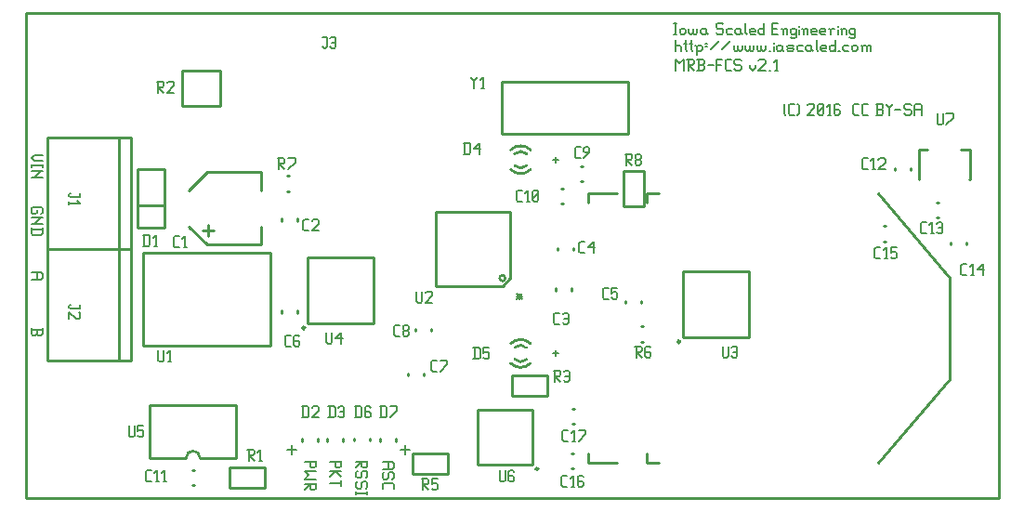
<source format=gbr>
G04 start of page 9 for group -4079 idx -4079 *
G04 Title: (unknown), topsilk *
G04 Creator: pcb 20140316 *
G04 CreationDate: Mon 21 Nov 2016 03:27:11 AM GMT UTC *
G04 For: ndholmes *
G04 Format: Gerber/RS-274X *
G04 PCB-Dimensions (mil): 3500.00 1750.00 *
G04 PCB-Coordinate-Origin: lower left *
%MOIN*%
%FSLAX25Y25*%
%LNTOPSILK*%
%ADD89C,0.0080*%
%ADD88C,0.0100*%
G54D88*X500Y500D02*Y174500D01*
X349500D01*
Y500D02*Y174500D01*
Y500D02*X500D01*
G54D89*X233000Y171000D02*X234000D01*
X233500D02*Y167000D01*
X233000D02*X234000D01*
X235200Y168500D02*Y167500D01*
Y168500D02*X235700Y169000D01*
X236700D01*
X237200Y168500D01*
Y167500D01*
X236700Y167000D02*X237200Y167500D01*
X235700Y167000D02*X236700D01*
X235200Y167500D02*X235700Y167000D01*
X238400Y169000D02*Y167500D01*
X238900Y167000D01*
X239400D01*
X239900Y167500D01*
Y169000D02*Y167500D01*
X240400Y167000D01*
X240900D01*
X241400Y167500D01*
Y169000D02*Y167500D01*
X244100Y169000D02*X244600Y168500D01*
X243100Y169000D02*X244100D01*
X242600Y168500D02*X243100Y169000D01*
X242600Y168500D02*Y167500D01*
X243100Y167000D01*
X244600Y169000D02*Y167500D01*
X245100Y167000D01*
X243100D02*X244100D01*
X244600Y167500D01*
X250100Y171000D02*X250600Y170500D01*
X248600Y171000D02*X250100D01*
X248100Y170500D02*X248600Y171000D01*
X248100Y170500D02*Y169500D01*
X248600Y169000D01*
X250100D01*
X250600Y168500D01*
Y167500D01*
X250100Y167000D02*X250600Y167500D01*
X248600Y167000D02*X250100D01*
X248100Y167500D02*X248600Y167000D01*
X252300Y169000D02*X253800D01*
X251800Y168500D02*X252300Y169000D01*
X251800Y168500D02*Y167500D01*
X252300Y167000D01*
X253800D01*
X256500Y169000D02*X257000Y168500D01*
X255500Y169000D02*X256500D01*
X255000Y168500D02*X255500Y169000D01*
X255000Y168500D02*Y167500D01*
X255500Y167000D01*
X257000Y169000D02*Y167500D01*
X257500Y167000D01*
X255500D02*X256500D01*
X257000Y167500D01*
X258700Y171000D02*Y167500D01*
X259200Y167000D01*
X260700D02*X262200D01*
X260200Y167500D02*X260700Y167000D01*
X260200Y168500D02*Y167500D01*
Y168500D02*X260700Y169000D01*
X261700D01*
X262200Y168500D01*
X260200Y168000D02*X262200D01*
Y168500D02*Y168000D01*
X265400Y171000D02*Y167000D01*
X264900D02*X265400Y167500D01*
X263900Y167000D02*X264900D01*
X263400Y167500D02*X263900Y167000D01*
X263400Y168500D02*Y167500D01*
Y168500D02*X263900Y169000D01*
X264900D01*
X265400Y168500D01*
X268400Y169000D02*X269900D01*
X268400Y167000D02*X270400D01*
X268400Y171000D02*Y167000D01*
Y171000D02*X270400D01*
X272100Y168500D02*Y167000D01*
Y168500D02*X272600Y169000D01*
X273100D01*
X273600Y168500D01*
Y167000D01*
X271600Y169000D02*X272100Y168500D01*
X276300Y169000D02*X276800Y168500D01*
X275300Y169000D02*X276300D01*
X274800Y168500D02*X275300Y169000D01*
X274800Y168500D02*Y167500D01*
X275300Y167000D01*
X276300D01*
X276800Y167500D01*
X274800Y166000D02*X275300Y165500D01*
X276300D01*
X276800Y166000D01*
Y169000D02*Y166000D01*
X278000Y170000D02*Y169500D01*
Y168500D02*Y167000D01*
X279500Y168500D02*Y167000D01*
Y168500D02*X280000Y169000D01*
X280500D01*
X281000Y168500D01*
Y167000D01*
X279000Y169000D02*X279500Y168500D01*
X282700Y167000D02*X284200D01*
X282200Y167500D02*X282700Y167000D01*
X282200Y168500D02*Y167500D01*
Y168500D02*X282700Y169000D01*
X283700D01*
X284200Y168500D01*
X282200Y168000D02*X284200D01*
Y168500D02*Y168000D01*
X285900Y167000D02*X287400D01*
X285400Y167500D02*X285900Y167000D01*
X285400Y168500D02*Y167500D01*
Y168500D02*X285900Y169000D01*
X286900D01*
X287400Y168500D01*
X285400Y168000D02*X287400D01*
Y168500D02*Y168000D01*
X289100Y168500D02*Y167000D01*
Y168500D02*X289600Y169000D01*
X290600D01*
X288600D02*X289100Y168500D01*
X291800Y170000D02*Y169500D01*
Y168500D02*Y167000D01*
X293300Y168500D02*Y167000D01*
Y168500D02*X293800Y169000D01*
X294300D01*
X294800Y168500D01*
Y167000D01*
X292800Y169000D02*X293300Y168500D01*
X297500Y169000D02*X298000Y168500D01*
X296500Y169000D02*X297500D01*
X296000Y168500D02*X296500Y169000D01*
X296000Y168500D02*Y167500D01*
X296500Y167000D01*
X297500D01*
X298000Y167500D01*
X296000Y166000D02*X296500Y165500D01*
X297500D01*
X298000Y166000D01*
Y169000D02*Y166000D01*
X233500Y165000D02*Y161000D01*
Y162500D02*X234000Y163000D01*
X235000D01*
X235500Y162500D01*
Y161000D01*
X237200Y165000D02*Y161500D01*
X237700Y161000D01*
X236700Y163500D02*X237700D01*
X239200Y165000D02*Y161500D01*
X239700Y161000D01*
X238700Y163500D02*X239700D01*
X241200Y162500D02*Y159500D01*
X240700Y163000D02*X241200Y162500D01*
X241700Y163000D01*
X242700D01*
X243200Y162500D01*
Y161500D01*
X242700Y161000D02*X243200Y161500D01*
X241700Y161000D02*X242700D01*
X241200Y161500D02*X241700Y161000D01*
X244400Y163500D02*X244900D01*
X244400Y162500D02*X244900D01*
X246100Y161500D02*X249100Y164500D01*
X250300Y161500D02*X253300Y164500D01*
X254500Y163000D02*Y161500D01*
X255000Y161000D01*
X255500D01*
X256000Y161500D01*
Y163000D02*Y161500D01*
X256500Y161000D01*
X257000D01*
X257500Y161500D01*
Y163000D02*Y161500D01*
X258700Y163000D02*Y161500D01*
X259200Y161000D01*
X259700D01*
X260200Y161500D01*
Y163000D02*Y161500D01*
X260700Y161000D01*
X261200D01*
X261700Y161500D01*
Y163000D02*Y161500D01*
X262900Y163000D02*Y161500D01*
X263400Y161000D01*
X263900D01*
X264400Y161500D01*
Y163000D02*Y161500D01*
X264900Y161000D01*
X265400D01*
X265900Y161500D01*
Y163000D02*Y161500D01*
X267100Y161000D02*X267600D01*
X268800Y164000D02*Y163500D01*
Y162500D02*Y161000D01*
X271300Y163000D02*X271800Y162500D01*
X270300Y163000D02*X271300D01*
X269800Y162500D02*X270300Y163000D01*
X269800Y162500D02*Y161500D01*
X270300Y161000D01*
X271800Y163000D02*Y161500D01*
X272300Y161000D01*
X270300D02*X271300D01*
X271800Y161500D01*
X274000Y161000D02*X275500D01*
X276000Y161500D01*
X275500Y162000D02*X276000Y161500D01*
X274000Y162000D02*X275500D01*
X273500Y162500D02*X274000Y162000D01*
X273500Y162500D02*X274000Y163000D01*
X275500D01*
X276000Y162500D01*
X273500Y161500D02*X274000Y161000D01*
X277700Y163000D02*X279200D01*
X277200Y162500D02*X277700Y163000D01*
X277200Y162500D02*Y161500D01*
X277700Y161000D01*
X279200D01*
X281900Y163000D02*X282400Y162500D01*
X280900Y163000D02*X281900D01*
X280400Y162500D02*X280900Y163000D01*
X280400Y162500D02*Y161500D01*
X280900Y161000D01*
X282400Y163000D02*Y161500D01*
X282900Y161000D01*
X280900D02*X281900D01*
X282400Y161500D01*
X284100Y165000D02*Y161500D01*
X284600Y161000D01*
X286100D02*X287600D01*
X285600Y161500D02*X286100Y161000D01*
X285600Y162500D02*Y161500D01*
Y162500D02*X286100Y163000D01*
X287100D01*
X287600Y162500D01*
X285600Y162000D02*X287600D01*
Y162500D02*Y162000D01*
X290800Y165000D02*Y161000D01*
X290300D02*X290800Y161500D01*
X289300Y161000D02*X290300D01*
X288800Y161500D02*X289300Y161000D01*
X288800Y162500D02*Y161500D01*
Y162500D02*X289300Y163000D01*
X290300D01*
X290800Y162500D01*
X292000Y161000D02*X292500D01*
X294200Y163000D02*X295700D01*
X293700Y162500D02*X294200Y163000D01*
X293700Y162500D02*Y161500D01*
X294200Y161000D01*
X295700D01*
X296900Y162500D02*Y161500D01*
Y162500D02*X297400Y163000D01*
X298400D01*
X298900Y162500D01*
Y161500D01*
X298400Y161000D02*X298900Y161500D01*
X297400Y161000D02*X298400D01*
X296900Y161500D02*X297400Y161000D01*
X300600Y162500D02*Y161000D01*
Y162500D02*X301100Y163000D01*
X301600D01*
X302100Y162500D01*
Y161000D01*
Y162500D02*X302600Y163000D01*
X303100D01*
X303600Y162500D01*
Y161000D01*
X300100Y163000D02*X300600Y162500D01*
X272500Y138500D02*X273000Y138000D01*
X272500Y141500D02*X273000Y142000D01*
X272500Y141500D02*Y138500D01*
X274700Y138000D02*X276200D01*
X274200Y138500D02*X274700Y138000D01*
X274200Y141500D02*Y138500D01*
Y141500D02*X274700Y142000D01*
X276200D01*
X277400D02*X277900Y141500D01*
Y138500D01*
X277400Y138000D02*X277900Y138500D01*
X280900Y141500D02*X281400Y142000D01*
X282900D01*
X283400Y141500D01*
Y140500D01*
X280900Y138000D02*X283400Y140500D01*
X280900Y138000D02*X283400D01*
X284600Y138500D02*X285100Y138000D01*
X284600Y141500D02*Y138500D01*
Y141500D02*X285100Y142000D01*
X286100D01*
X286600Y141500D01*
Y138500D01*
X286100Y138000D02*X286600Y138500D01*
X285100Y138000D02*X286100D01*
X284600Y139000D02*X286600Y141000D01*
X288300Y138000D02*X289300D01*
X288800Y142000D02*Y138000D01*
X287800Y141000D02*X288800Y142000D01*
X292000D02*X292500Y141500D01*
X291000Y142000D02*X292000D01*
X290500Y141500D02*X291000Y142000D01*
X290500Y141500D02*Y138500D01*
X291000Y138000D01*
X292000Y140000D02*X292500Y139500D01*
X290500Y140000D02*X292000D01*
X291000Y138000D02*X292000D01*
X292500Y138500D01*
Y139500D02*Y138500D01*
X297800Y138000D02*X299300D01*
X297300Y138500D02*X297800Y138000D01*
X297300Y141500D02*Y138500D01*
Y141500D02*X297800Y142000D01*
X299300D01*
X301000Y138000D02*X302500D01*
X300500Y138500D02*X301000Y138000D01*
X300500Y141500D02*Y138500D01*
Y141500D02*X301000Y142000D01*
X302500D01*
X305500Y138000D02*X307500D01*
X308000Y138500D01*
Y139500D02*Y138500D01*
X307500Y140000D02*X308000Y139500D01*
X306000Y140000D02*X307500D01*
X306000Y142000D02*Y138000D01*
X305500Y142000D02*X307500D01*
X308000Y141500D01*
Y140500D01*
X307500Y140000D02*X308000Y140500D01*
X309200Y142000D02*Y141500D01*
X310200Y140500D01*
X311200Y141500D01*
Y142000D02*Y141500D01*
X310200Y140500D02*Y138000D01*
X312400Y140000D02*X314400D01*
X317600Y142000D02*X318100Y141500D01*
X316100Y142000D02*X317600D01*
X315600Y141500D02*X316100Y142000D01*
X315600Y141500D02*Y140500D01*
X316100Y140000D01*
X317600D01*
X318100Y139500D01*
Y138500D01*
X317600Y138000D02*X318100Y138500D01*
X316100Y138000D02*X317600D01*
X315600Y138500D02*X316100Y138000D01*
X319300Y141500D02*Y138000D01*
Y141500D02*X319800Y142000D01*
X321300D01*
X321800Y141500D01*
Y138000D01*
X319300Y140000D02*X321800D01*
X233500Y158000D02*Y154000D01*
Y158000D02*X235000Y156500D01*
X236500Y158000D01*
Y154000D01*
X237700Y158000D02*X239700D01*
X240200Y157500D01*
Y156500D01*
X239700Y156000D02*X240200Y156500D01*
X238200Y156000D02*X239700D01*
X238200Y158000D02*Y154000D01*
Y156000D02*X240200Y154000D01*
X241400D02*X243400D01*
X243900Y154500D01*
Y155500D02*Y154500D01*
X243400Y156000D02*X243900Y155500D01*
X241900Y156000D02*X243400D01*
X241900Y158000D02*Y154000D01*
X241400Y158000D02*X243400D01*
X243900Y157500D01*
Y156500D01*
X243400Y156000D02*X243900Y156500D01*
X245100Y156000D02*X247100D01*
X248300Y158000D02*Y154000D01*
Y158000D02*X250300D01*
X248300Y156000D02*X249800D01*
X252000Y154000D02*X253500D01*
X251500Y154500D02*X252000Y154000D01*
X251500Y157500D02*Y154500D01*
Y157500D02*X252000Y158000D01*
X253500D01*
X256700D02*X257200Y157500D01*
X255200Y158000D02*X256700D01*
X254700Y157500D02*X255200Y158000D01*
X254700Y157500D02*Y156500D01*
X255200Y156000D01*
X256700D01*
X257200Y155500D01*
Y154500D01*
X256700Y154000D02*X257200Y154500D01*
X255200Y154000D02*X256700D01*
X254700Y154500D02*X255200Y154000D01*
X260200Y156000D02*Y155000D01*
X261200Y154000D01*
X262200Y155000D01*
Y156000D02*Y155000D01*
X263400Y157500D02*X263900Y158000D01*
X265400D01*
X265900Y157500D01*
Y156500D01*
X263400Y154000D02*X265900Y156500D01*
X263400Y154000D02*X265900D01*
X267100D02*X267600D01*
X269300D02*X270300D01*
X269800Y158000D02*Y154000D01*
X268800Y157000D02*X269800Y158000D01*
X3500Y123500D02*X6500D01*
X3500D02*X2500Y122500D01*
X3500Y121500D01*
X6500D01*
Y120300D02*Y119300D01*
X2500Y119800D02*X6500D01*
X2500Y120300D02*Y119300D01*
Y118100D02*X6500D01*
X6000D02*X6500D01*
X6000D02*X3500Y115600D01*
X2500D02*X6500D01*
Y103000D02*X6000Y102500D01*
X6500Y104500D02*Y103000D01*
X6000Y105000D02*X6500Y104500D01*
X3000Y105000D02*X6000D01*
X3000D02*X2500Y104500D01*
Y103000D01*
X3000Y102500D01*
X4000D01*
X4500Y103000D02*X4000Y102500D01*
X4500Y104000D02*Y103000D01*
X2500Y101300D02*X6500D01*
X6000D02*X6500D01*
X6000D02*X3500Y98800D01*
X2500D02*X6500D01*
X2500Y97100D02*X6500D01*
Y95600D02*X6000Y95100D01*
X3000D02*X6000D01*
X2500Y95600D02*X3000Y95100D01*
X2500Y97600D02*Y95600D01*
X6500Y97600D02*Y95600D01*
X2500Y81500D02*X6000D01*
X6500Y81000D01*
Y79500D01*
X6000Y79000D01*
X2500D02*X6000D01*
X4500Y81500D02*Y79000D01*
X2500Y61500D02*Y59500D01*
X3000Y59000D01*
X4000D01*
X4500Y59500D02*X4000Y59000D01*
X4500Y61000D02*Y59500D01*
X2500Y61000D02*X6500D01*
Y61500D02*Y59500D01*
X6000Y59000D01*
X5000D02*X6000D01*
X4500Y59500D02*X5000Y59000D01*
X100500Y13500D02*X104500D01*
Y14000D02*Y12000D01*
X104000Y11500D01*
X103000D02*X104000D01*
X102500Y12000D02*X103000Y11500D01*
X102500Y13500D02*Y12000D01*
X100500Y10300D02*X104500D01*
X100500D02*X102000Y8800D01*
X100500Y7300D01*
X104500D01*
Y6100D02*Y4100D01*
X104000Y3600D01*
X103000D02*X104000D01*
X102500Y4100D02*X103000Y3600D01*
X102500Y5600D02*Y4100D01*
X100500Y5600D02*X104500D01*
X102500D02*X100500Y3600D01*
X94400Y17920D02*X97720D01*
X96060Y19580D02*Y16260D01*
X109500Y13500D02*X113500D01*
Y14000D02*Y12000D01*
X113000Y11500D01*
X112000D02*X113000D01*
X111500Y12000D02*X112000Y11500D01*
X111500Y13500D02*Y12000D01*
X109500Y10300D02*X113500D01*
X111500D02*X113500Y8300D01*
X111500Y10300D02*X109500Y8300D01*
X113500Y7100D02*Y5100D01*
X109500Y6100D02*X113500D01*
X123000Y14000D02*Y12000D01*
X122500Y11500D01*
X121500D02*X122500D01*
X121000Y12000D02*X121500Y11500D01*
X121000Y13500D02*Y12000D01*
X119000Y13500D02*X123000D01*
X121000D02*X119000Y11500D01*
X123000Y8300D02*X122500Y7800D01*
X123000Y9800D02*Y8300D01*
X122500Y10300D02*X123000Y9800D01*
X121500Y10300D02*X122500D01*
X121500D02*X121000Y9800D01*
Y8300D01*
X120500Y7800D01*
X119500D02*X120500D01*
X119000Y8300D02*X119500Y7800D01*
X119000Y9800D02*Y8300D01*
X119500Y10300D02*X119000Y9800D01*
X123000Y4600D02*X122500Y4100D01*
X123000Y6100D02*Y4600D01*
X122500Y6600D02*X123000Y6100D01*
X121500Y6600D02*X122500D01*
X121500D02*X121000Y6100D01*
Y4600D01*
X120500Y4100D01*
X119500D02*X120500D01*
X119000Y4600D02*X119500Y4100D01*
X119000Y6100D02*Y4600D01*
X119500Y6600D02*X119000Y6100D01*
X123000Y2900D02*Y1900D01*
X119000Y2400D02*X123000D01*
X119000Y2900D02*Y1900D01*
X128500Y13500D02*X132000D01*
X132500Y13000D01*
Y11500D01*
X132000Y11000D01*
X128500D02*X132000D01*
X130500Y13500D02*Y11000D01*
X132500Y7800D02*X132000Y7300D01*
X132500Y9300D02*Y7800D01*
X132000Y9800D02*X132500Y9300D01*
X131000Y9800D02*X132000D01*
X131000D02*X130500Y9300D01*
Y7800D01*
X130000Y7300D01*
X129000D02*X130000D01*
X128500Y7800D02*X129000Y7300D01*
X128500Y9300D02*Y7800D01*
X129000Y9800D02*X128500Y9300D01*
Y5600D02*Y4100D01*
X129000Y6100D02*X128500Y5600D01*
X129000Y6100D02*X132000D01*
X132500Y5600D01*
Y4100D01*
X135000Y18020D02*X138320D01*
X136660Y19680D02*Y16360D01*
X176500Y74000D02*X178500Y72000D01*
X176500D02*X178500Y74000D01*
X176500Y73000D02*X178500D01*
X177500Y74000D02*Y72000D01*
X189500Y122000D02*X191500D01*
X190500Y123000D02*Y121000D01*
X189500Y52500D02*X191500D01*
X190500Y53500D02*Y51500D01*
G54D88*X143255Y45350D02*Y44564D01*
X137745Y45350D02*Y44564D01*
X133255Y21893D02*Y21107D01*
X127745Y21893D02*Y21107D01*
X139201Y16741D02*X151799D01*
Y9259D01*
X139201D02*X151799D01*
X139201Y16741D02*Y9259D01*
X162657Y12657D02*X182343D01*
X162657Y32343D02*Y12657D01*
Y32343D02*X182343D01*
Y12657D01*
X184343Y11157D02*G75*G03X184343Y11157I-500J0D01*G01*
X196107Y11245D02*X196893D01*
X196107Y16755D02*X196893D01*
X196607Y27245D02*X197393D01*
X196607Y32755D02*X197393D01*
X174853Y44666D02*X187451D01*
Y37184D01*
X174853D01*
Y44666D01*
X114255Y21850D02*Y21064D01*
X108745Y21850D02*Y21064D01*
X123755Y21936D02*Y21150D01*
X118245Y21936D02*Y21150D01*
X8200Y130000D02*Y90000D01*
X38200Y130000D02*Y90000D01*
X33800Y130000D02*Y90000D01*
X8200Y130000D02*X38200D01*
X8200Y90000D02*X38200D01*
X8200D02*Y50000D01*
X38200Y90000D02*Y50000D01*
X33800Y90000D02*Y50000D01*
X8200Y90000D02*X38200D01*
X8200Y50000D02*X38200D01*
X94107Y110788D02*X94893D01*
X94107Y116298D02*X94893D01*
X84992Y98004D02*Y91508D01*
Y117492D02*Y110996D01*
X65504Y117492D02*X84992D01*
X65504Y91508D02*X84992D01*
X65504Y117492D02*X59008Y110996D01*
X65504Y91508D02*X59008Y98004D01*
X66000Y98500D02*Y94500D01*
X64000Y96500D02*X68000D01*
X50300Y118500D02*Y97500D01*
X40700Y118500D02*Y97500D01*
X50300D01*
X40700Y118500D02*X50300D01*
X40700Y105500D02*X50300D01*
X42665Y55126D02*X88335D01*
X42665Y88590D02*X88335D01*
X42665D02*Y55126D01*
X88335Y88590D02*Y55126D01*
X97755Y67893D02*Y67107D01*
X92245Y67893D02*Y67107D01*
Y100893D02*Y100107D01*
X97755Y100893D02*Y100107D01*
X101689Y86811D02*Y63189D01*
Y86811D02*X125311D01*
Y63189D01*
X101689D02*X125311D01*
X100189Y61189D02*G75*G03X100189Y61189I0J500D01*G01*
X60107Y10755D02*X60893D01*
X60107Y5245D02*X60893D01*
X73701Y4259D02*X86299D01*
X73701Y11741D02*Y4259D01*
Y11741D02*X86299D01*
Y4259D01*
X56610Y153799D02*Y141201D01*
Y153799D02*X70390D01*
Y141201D01*
X56610D02*X70390D01*
X76000Y34000D02*Y15000D01*
X45000Y34000D02*X76000D01*
X45000D02*Y15000D01*
X63000D02*X76000D01*
X45000D02*X58000D01*
X63000D02*G75*G03X58000Y15000I-2500J0D01*G01*
X105255Y21893D02*Y21107D01*
X99745Y21893D02*Y21107D01*
X145755Y61393D02*Y60607D01*
X140245Y61393D02*Y60607D01*
X175879Y119879D02*G75*G03X180121Y119879I2121J2121D01*G01*
X180121Y124121D02*G75*G03X175879Y124121I-2121J-2121D01*G01*
X174464Y118464D02*G75*G03X181536Y118464I3536J3536D01*G01*
X181536Y125536D02*G75*G03X174464Y125536I-3536J-3536D01*G01*
X192607Y111755D02*X193393D01*
X192607Y106245D02*X193393D01*
X199607Y114245D02*X200393D01*
X199607Y119755D02*X200393D01*
X171362Y131150D02*X216638D01*
X171362Y149850D02*Y131150D01*
Y149850D02*X216638D01*
Y131150D01*
X221255Y71393D02*Y70607D01*
X215745Y71393D02*Y70607D01*
X221150Y62255D02*X221936D01*
X221150Y56745D02*X221936D01*
X175879Y50379D02*G75*G03X180121Y50379I2121J2121D01*G01*
X180121Y54621D02*G75*G03X175879Y54621I-2121J-2121D01*G01*
X174464Y48964D02*G75*G03X181536Y48964I3536J3536D01*G01*
X181536Y56036D02*G75*G03X174464Y56036I-3536J-3536D01*G01*
X147621Y76621D02*X171479D01*
X147621Y103379D02*Y76621D01*
Y103379D02*X174379D01*
Y79521D01*
X171479Y76621D01*
X172479Y79521D02*G75*G03X172479Y79521I-1000J0D01*G01*
X196255Y75893D02*Y75107D01*
X190745Y75893D02*Y75107D01*
X196755Y90436D02*Y89650D01*
X191245Y90436D02*Y89650D01*
X214759Y117799D02*Y105201D01*
Y117799D02*X222241D01*
Y105201D01*
X214759D02*X222241D01*
X317755Y118936D02*Y118150D01*
X312245Y118936D02*Y118150D01*
X236189Y81811D02*Y58189D01*
Y81811D02*X259811D01*
Y58189D01*
X236189D02*X259811D01*
X234689Y56189D02*G75*G03X234689Y56189I0J500D01*G01*
X308107Y98255D02*X308893D01*
X308107Y92745D02*X308893D01*
X332245Y92393D02*Y91607D01*
X337755Y92393D02*Y91607D01*
X327107Y101245D02*X327893D01*
X327107Y106755D02*X327893D01*
X320750Y125650D02*Y115020D01*
X339250Y125650D02*Y115020D01*
X320750Y125650D02*X324000D01*
X339250D02*X336000D01*
X320750Y115020D02*X320929D01*
X339071D02*X339250D01*
X223150Y109807D02*X227500D01*
X223150Y13193D02*X227500D01*
X223150Y109807D02*Y106500D01*
Y16500D02*Y13193D01*
X306142Y109807D02*X331851Y79610D01*
X306142Y13193D02*X331851Y43390D01*
Y79610D02*Y43390D01*
X202150Y109807D02*Y106500D01*
Y109807D02*X212500D01*
X202150Y16500D02*Y13193D01*
X212500D01*
G54D89*X20000Y70000D02*Y68500D01*
X16500D02*X20000D01*
X16000Y69000D02*X16500Y68500D01*
X16000Y69500D02*Y69000D01*
X16500Y70000D02*X16000Y69500D01*
X19500Y67300D02*X20000Y66800D01*
Y65300D01*
X19500Y64800D01*
X18500D02*X19500D01*
X16000Y67300D02*X18500Y64800D01*
X16000Y67300D02*Y64800D01*
X44000Y6500D02*X45500D01*
X43500Y7000D02*X44000Y6500D01*
X43500Y10000D02*Y7000D01*
Y10000D02*X44000Y10500D01*
X45500D01*
X47200Y6500D02*X48200D01*
X47700Y10500D02*Y6500D01*
X46700Y9500D02*X47700Y10500D01*
X49900Y6500D02*X50900D01*
X50400Y10500D02*Y6500D01*
X49400Y9500D02*X50400Y10500D01*
X37500Y26500D02*Y23000D01*
X38000Y22500D01*
X39000D01*
X39500Y23000D01*
Y26500D02*Y23000D01*
X40700Y26500D02*X42700D01*
X40700D02*Y24500D01*
X41200Y25000D01*
X42200D01*
X42700Y24500D01*
Y23000D01*
X42200Y22500D02*X42700Y23000D01*
X41200Y22500D02*X42200D01*
X40700Y23000D02*X41200Y22500D01*
X128000Y33500D02*Y29500D01*
X129500Y33500D02*X130000Y33000D01*
Y30000D01*
X129500Y29500D02*X130000Y30000D01*
X127500Y29500D02*X129500D01*
X127500Y33500D02*X129500D01*
X131200Y29500D02*X133700Y32000D01*
Y33500D02*Y32000D01*
X131200Y33500D02*X133700D01*
X100000D02*Y29500D01*
X101500Y33500D02*X102000Y33000D01*
Y30000D01*
X101500Y29500D02*X102000Y30000D01*
X99500Y29500D02*X101500D01*
X99500Y33500D02*X101500D01*
X103200Y33000D02*X103700Y33500D01*
X105200D01*
X105700Y33000D01*
Y32000D01*
X103200Y29500D02*X105700Y32000D01*
X103200Y29500D02*X105700D01*
X80000Y18000D02*X82000D01*
X82500Y17500D01*
Y16500D01*
X82000Y16000D02*X82500Y16500D01*
X80500Y16000D02*X82000D01*
X80500Y18000D02*Y14000D01*
Y16000D02*X82500Y14000D01*
X84200D02*X85200D01*
X84700Y18000D02*Y14000D01*
X83700Y17000D02*X84700Y18000D01*
X118957Y33500D02*Y29500D01*
X120457Y33500D02*X120957Y33000D01*
Y30000D01*
X120457Y29500D02*X120957Y30000D01*
X118457Y29500D02*X120457D01*
X118457Y33500D02*X120457D01*
X123657D02*X124157Y33000D01*
X122657Y33500D02*X123657D01*
X122157Y33000D02*X122657Y33500D01*
X122157Y33000D02*Y30000D01*
X122657Y29500D01*
X123657Y31500D02*X124157Y31000D01*
X122157Y31500D02*X123657D01*
X122657Y29500D02*X123657D01*
X124157Y30000D01*
Y31000D02*Y30000D01*
X109543Y33500D02*Y29500D01*
X111043Y33500D02*X111543Y33000D01*
Y30000D01*
X111043Y29500D02*X111543Y30000D01*
X109043Y29500D02*X111043D01*
X109043Y33500D02*X111043D01*
X112743Y33000D02*X113243Y33500D01*
X114243D01*
X114743Y33000D01*
Y30000D01*
X114243Y29500D02*X114743Y30000D01*
X113243Y29500D02*X114243D01*
X112743Y30000D02*X113243Y29500D01*
Y31500D02*X114743D01*
X108390Y60047D02*Y56547D01*
X108890Y56047D01*
X109890D01*
X110390Y56547D01*
Y60047D02*Y56547D01*
X111590Y58047D02*X113590Y60047D01*
X111590Y58047D02*X114090D01*
X113590Y60047D02*Y56047D01*
X48000Y53500D02*Y50000D01*
X48500Y49500D01*
X49500D01*
X50000Y50000D01*
Y53500D02*Y50000D01*
X51700Y49500D02*X52700D01*
X52200Y53500D02*Y49500D01*
X51200Y52500D02*X52200Y53500D01*
X94000Y55000D02*X95500D01*
X93500Y55500D02*X94000Y55000D01*
X93500Y58500D02*Y55500D01*
Y58500D02*X94000Y59000D01*
X95500D01*
X98200D02*X98700Y58500D01*
X97200Y59000D02*X98200D01*
X96700Y58500D02*X97200Y59000D01*
X96700Y58500D02*Y55500D01*
X97200Y55000D01*
X98200Y57000D02*X98700Y56500D01*
X96700Y57000D02*X98200D01*
X97200Y55000D02*X98200D01*
X98700Y55500D01*
Y56500D02*Y55500D01*
X142500Y7500D02*X144500D01*
X145000Y7000D01*
Y6000D01*
X144500Y5500D02*X145000Y6000D01*
X143000Y5500D02*X144500D01*
X143000Y7500D02*Y3500D01*
Y5500D02*X145000Y3500D01*
X146200Y7500D02*X148200D01*
X146200D02*Y5500D01*
X146700Y6000D01*
X147700D01*
X148200Y5500D01*
Y4000D01*
X147700Y3500D02*X148200Y4000D01*
X146700Y3500D02*X147700D01*
X146200Y4000D02*X146700Y3500D01*
X170500Y10500D02*Y7000D01*
X171000Y6500D01*
X172000D01*
X172500Y7000D01*
Y10500D02*Y7000D01*
X175200Y10500D02*X175700Y10000D01*
X174200Y10500D02*X175200D01*
X173700Y10000D02*X174200Y10500D01*
X173700Y10000D02*Y7000D01*
X174200Y6500D01*
X175200Y8500D02*X175700Y8000D01*
X173700Y8500D02*X175200D01*
X174200Y6500D02*X175200D01*
X175700Y7000D01*
Y8000D02*Y7000D01*
X193100Y4700D02*X194600D01*
X192600Y5200D02*X193100Y4700D01*
X192600Y8200D02*Y5200D01*
Y8200D02*X193100Y8700D01*
X194600D01*
X196300Y4700D02*X197300D01*
X196800Y8700D02*Y4700D01*
X195800Y7700D02*X196800Y8700D01*
X200000D02*X200500Y8200D01*
X199000Y8700D02*X200000D01*
X198500Y8200D02*X199000Y8700D01*
X198500Y8200D02*Y5200D01*
X199000Y4700D01*
X200000Y6700D02*X200500Y6200D01*
X198500Y6700D02*X200000D01*
X199000Y4700D02*X200000D01*
X200500Y5200D01*
Y6200D02*Y5200D01*
X133200Y58700D02*X134700D01*
X132700Y59200D02*X133200Y58700D01*
X132700Y62200D02*Y59200D01*
Y62200D02*X133200Y62700D01*
X134700D01*
X135900Y59200D02*X136400Y58700D01*
X135900Y60200D02*Y59200D01*
Y60200D02*X136400Y60700D01*
X137400D01*
X137900Y60200D01*
Y59200D01*
X137400Y58700D02*X137900Y59200D01*
X136400Y58700D02*X137400D01*
X135900Y61200D02*X136400Y60700D01*
X135900Y62200D02*Y61200D01*
Y62200D02*X136400Y62700D01*
X137400D01*
X137900Y62200D01*
Y61200D01*
X137400Y60700D02*X137900Y61200D01*
X146500Y46000D02*X148000D01*
X146000Y46500D02*X146500Y46000D01*
X146000Y49500D02*Y46500D01*
Y49500D02*X146500Y50000D01*
X148000D01*
X149200Y46000D02*X151700Y48500D01*
Y50000D02*Y48500D01*
X149200Y50000D02*X151700D01*
X158000Y128000D02*Y124000D01*
X159500Y128000D02*X160000Y127500D01*
Y124500D01*
X159500Y124000D02*X160000Y124500D01*
X157500Y124000D02*X159500D01*
X157500Y128000D02*X159500D01*
X161200Y126000D02*X163200Y128000D01*
X161200Y126000D02*X163700D01*
X163200Y128000D02*Y124000D01*
X177000Y107000D02*X178500D01*
X176500Y107500D02*X177000Y107000D01*
X176500Y110500D02*Y107500D01*
Y110500D02*X177000Y111000D01*
X178500D01*
X180200Y107000D02*X181200D01*
X180700Y111000D02*Y107000D01*
X179700Y110000D02*X180700Y111000D01*
X182400Y107500D02*X182900Y107000D01*
X182400Y110500D02*Y107500D01*
Y110500D02*X182900Y111000D01*
X183900D01*
X184400Y110500D01*
Y107500D01*
X183900Y107000D02*X184400Y107500D01*
X182900Y107000D02*X183900D01*
X182400Y108000D02*X184400Y110000D01*
X160217Y151783D02*Y151283D01*
X161217Y150283D01*
X162217Y151283D01*
Y151783D02*Y151283D01*
X161217Y150283D02*Y147783D01*
X163917D02*X164917D01*
X164417Y151783D02*Y147783D01*
X163417Y150783D02*X164417Y151783D01*
X198000Y122500D02*X199500D01*
X197500Y123000D02*X198000Y122500D01*
X197500Y126000D02*Y123000D01*
Y126000D02*X198000Y126500D01*
X199500D01*
X200700Y122500D02*X202700Y124500D01*
Y126000D02*Y124500D01*
X202200Y126500D02*X202700Y126000D01*
X201200Y126500D02*X202200D01*
X200700Y126000D02*X201200Y126500D01*
X200700Y126000D02*Y125000D01*
X201200Y124500D01*
X202700D01*
X215500Y124000D02*X217500D01*
X218000Y123500D01*
Y122500D01*
X217500Y122000D02*X218000Y122500D01*
X216000Y122000D02*X217500D01*
X216000Y124000D02*Y120000D01*
Y122000D02*X218000Y120000D01*
X219200Y120500D02*X219700Y120000D01*
X219200Y121500D02*Y120500D01*
Y121500D02*X219700Y122000D01*
X220700D01*
X221200Y121500D01*
Y120500D01*
X220700Y120000D02*X221200Y120500D01*
X219700Y120000D02*X220700D01*
X219200Y122500D02*X219700Y122000D01*
X219200Y123500D02*Y122500D01*
Y123500D02*X219700Y124000D01*
X220700D01*
X221200Y123500D01*
Y122500D01*
X220700Y122000D02*X221200Y122500D01*
X189752Y46425D02*X191752D01*
X192252Y45925D01*
Y44925D01*
X191752Y44425D02*X192252Y44925D01*
X190252Y44425D02*X191752D01*
X190252Y46425D02*Y42425D01*
Y44425D02*X192252Y42425D01*
X193452Y45925D02*X193952Y46425D01*
X194952D01*
X195452Y45925D01*
Y42925D01*
X194952Y42425D02*X195452Y42925D01*
X193952Y42425D02*X194952D01*
X193452Y42925D02*X193952Y42425D01*
Y44425D02*X195452D01*
X199457Y88500D02*X200957D01*
X198957Y89000D02*X199457Y88500D01*
X198957Y92000D02*Y89000D01*
Y92000D02*X199457Y92500D01*
X200957D01*
X202157Y90500D02*X204157Y92500D01*
X202157Y90500D02*X204657D01*
X204157Y92500D02*Y88500D01*
X193500Y21000D02*X195000D01*
X193000Y21500D02*X193500Y21000D01*
X193000Y24500D02*Y21500D01*
Y24500D02*X193500Y25000D01*
X195000D01*
X196700Y21000D02*X197700D01*
X197200Y25000D02*Y21000D01*
X196200Y24000D02*X197200Y25000D01*
X198900Y21000D02*X201400Y23500D01*
Y25000D02*Y23500D01*
X198900Y25000D02*X201400D01*
X208000Y72000D02*X209500D01*
X207500Y72500D02*X208000Y72000D01*
X207500Y75500D02*Y72500D01*
Y75500D02*X208000Y76000D01*
X209500D01*
X210700D02*X212700D01*
X210700D02*Y74000D01*
X211200Y74500D01*
X212200D01*
X212700Y74000D01*
Y72500D01*
X212200Y72000D02*X212700Y72500D01*
X211200Y72000D02*X212200D01*
X210700Y72500D02*X211200Y72000D01*
X219043Y55000D02*X221043D01*
X221543Y54500D01*
Y53500D01*
X221043Y53000D02*X221543Y53500D01*
X219543Y53000D02*X221043D01*
X219543Y55000D02*Y51000D01*
Y53000D02*X221543Y51000D01*
X224243Y55000D02*X224743Y54500D01*
X223243Y55000D02*X224243D01*
X222743Y54500D02*X223243Y55000D01*
X222743Y54500D02*Y51500D01*
X223243Y51000D01*
X224243Y53000D02*X224743Y52500D01*
X222743Y53000D02*X224243D01*
X223243Y51000D02*X224243D01*
X224743Y51500D01*
Y52500D02*Y51500D01*
X161500Y54500D02*Y50500D01*
X163000Y54500D02*X163500Y54000D01*
Y51000D01*
X163000Y50500D02*X163500Y51000D01*
X161000Y50500D02*X163000D01*
X161000Y54500D02*X163000D01*
X164700D02*X166700D01*
X164700D02*Y52500D01*
X165200Y53000D01*
X166200D01*
X166700Y52500D01*
Y51000D01*
X166200Y50500D02*X166700Y51000D01*
X165200Y50500D02*X166200D01*
X164700Y51000D02*X165200Y50500D01*
X190414Y63000D02*X191914D01*
X189914Y63500D02*X190414Y63000D01*
X189914Y66500D02*Y63500D01*
Y66500D02*X190414Y67000D01*
X191914D01*
X193114Y66500D02*X193614Y67000D01*
X194614D01*
X195114Y66500D01*
Y63500D01*
X194614Y63000D02*X195114Y63500D01*
X193614Y63000D02*X194614D01*
X193114Y63500D02*X193614Y63000D01*
Y65000D02*X195114D01*
X140600Y74700D02*Y71200D01*
X141100Y70700D01*
X142100D01*
X142600Y71200D01*
Y74700D02*Y71200D01*
X143800Y74200D02*X144300Y74700D01*
X145800D01*
X146300Y74200D01*
Y73200D01*
X143800Y70700D02*X146300Y73200D01*
X143800Y70700D02*X146300D01*
X90914Y122457D02*X92914D01*
X93414Y121957D01*
Y120957D01*
X92914Y120457D02*X93414Y120957D01*
X91414Y120457D02*X92914D01*
X91414Y122457D02*Y118457D01*
Y120457D02*X93414Y118457D01*
X94614D02*X97114Y120957D01*
Y122457D02*Y120957D01*
X94614Y122457D02*X97114D01*
X100500Y96600D02*X102000D01*
X100000Y97100D02*X100500Y96600D01*
X100000Y100100D02*Y97100D01*
Y100100D02*X100500Y100600D01*
X102000D01*
X103200Y100100D02*X103700Y100600D01*
X105200D01*
X105700Y100100D01*
Y99100D01*
X103200Y96600D02*X105700Y99100D01*
X103200Y96600D02*X105700D01*
X107000Y166000D02*X108500D01*
Y162500D01*
X108000Y162000D02*X108500Y162500D01*
X107500Y162000D02*X108000D01*
X107000Y162500D02*X107500Y162000D01*
X109700Y165500D02*X110200Y166000D01*
X111200D01*
X111700Y165500D01*
Y162500D01*
X111200Y162000D02*X111700Y162500D01*
X110200Y162000D02*X111200D01*
X109700Y162500D02*X110200Y162000D01*
Y164000D02*X111700D01*
X20000Y110000D02*Y108500D01*
X16500D02*X20000D01*
X16000Y109000D02*X16500Y108500D01*
X16000Y109500D02*Y109000D01*
X16500Y110000D02*X16000Y109500D01*
Y106800D02*Y105800D01*
Y106300D02*X20000D01*
X19000Y107300D02*X20000Y106300D01*
X47500Y150000D02*X49500D01*
X50000Y149500D01*
Y148500D01*
X49500Y148000D02*X50000Y148500D01*
X48000Y148000D02*X49500D01*
X48000Y150000D02*Y146000D01*
Y148000D02*X50000Y146000D01*
X51200Y149500D02*X51700Y150000D01*
X53200D01*
X53700Y149500D01*
Y148500D01*
X51200Y146000D02*X53700Y148500D01*
X51200Y146000D02*X53700D01*
X54000Y90500D02*X55500D01*
X53500Y91000D02*X54000Y90500D01*
X53500Y94000D02*Y91000D01*
Y94000D02*X54000Y94500D01*
X55500D01*
X57200Y90500D02*X58200D01*
X57700Y94500D02*Y90500D01*
X56700Y93500D02*X57700Y94500D01*
X43000Y95000D02*Y91000D01*
X44500Y95000D02*X45000Y94500D01*
Y91500D01*
X44500Y91000D02*X45000Y91500D01*
X42500Y91000D02*X44500D01*
X42500Y95000D02*X44500D01*
X46700Y91000D02*X47700D01*
X47200Y95000D02*Y91000D01*
X46200Y94000D02*X47200Y95000D01*
X327500Y138500D02*Y135000D01*
X328000Y134500D01*
X329000D01*
X329500Y135000D01*
Y138500D02*Y135000D01*
X330700Y134500D02*X333200Y137000D01*
Y138500D02*Y137000D01*
X330700Y138500D02*X333200D01*
X300957Y118500D02*X302457D01*
X300457Y119000D02*X300957Y118500D01*
X300457Y122000D02*Y119000D01*
Y122000D02*X300957Y122500D01*
X302457D01*
X304157Y118500D02*X305157D01*
X304657Y122500D02*Y118500D01*
X303657Y121500D02*X304657Y122500D01*
X306357Y122000D02*X306857Y122500D01*
X308357D01*
X308857Y122000D01*
Y121000D01*
X306357Y118500D02*X308857Y121000D01*
X306357Y118500D02*X308857D01*
X305500Y86500D02*X307000D01*
X305000Y87000D02*X305500Y86500D01*
X305000Y90000D02*Y87000D01*
Y90000D02*X305500Y90500D01*
X307000D01*
X308700Y86500D02*X309700D01*
X309200Y90500D02*Y86500D01*
X308200Y89500D02*X309200Y90500D01*
X310900D02*X312900D01*
X310900D02*Y88500D01*
X311400Y89000D01*
X312400D01*
X312900Y88500D01*
Y87000D01*
X312400Y86500D02*X312900Y87000D01*
X311400Y86500D02*X312400D01*
X310900Y87000D02*X311400Y86500D01*
X322000Y95500D02*X323500D01*
X321500Y96000D02*X322000Y95500D01*
X321500Y99000D02*Y96000D01*
Y99000D02*X322000Y99500D01*
X323500D01*
X325200Y95500D02*X326200D01*
X325700Y99500D02*Y95500D01*
X324700Y98500D02*X325700Y99500D01*
X327400Y99000D02*X327900Y99500D01*
X328900D01*
X329400Y99000D01*
Y96000D01*
X328900Y95500D02*X329400Y96000D01*
X327900Y95500D02*X328900D01*
X327400Y96000D02*X327900Y95500D01*
Y97500D02*X329400D01*
X250500Y55000D02*Y51500D01*
X251000Y51000D01*
X252000D01*
X252500Y51500D01*
Y55000D02*Y51500D01*
X253700Y54500D02*X254200Y55000D01*
X255200D01*
X255700Y54500D01*
Y51500D01*
X255200Y51000D02*X255700Y51500D01*
X254200Y51000D02*X255200D01*
X253700Y51500D02*X254200Y51000D01*
Y53000D02*X255700D01*
X336500Y80500D02*X338000D01*
X336000Y81000D02*X336500Y80500D01*
X336000Y84000D02*Y81000D01*
Y84000D02*X336500Y84500D01*
X338000D01*
X339700Y80500D02*X340700D01*
X340200Y84500D02*Y80500D01*
X339200Y83500D02*X340200Y84500D01*
X341900Y82500D02*X343900Y84500D01*
X341900Y82500D02*X344400D01*
X343900Y84500D02*Y80500D01*
M02*

</source>
